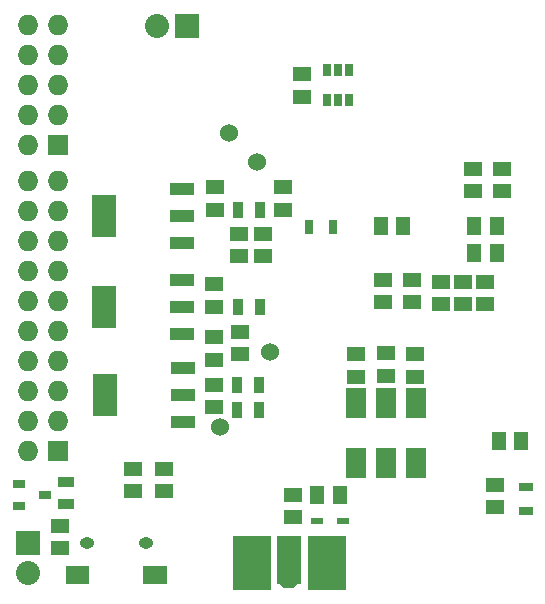
<source format=gbs>
%FSLAX34Y34*%
G04 Gerber Fmt 3.4, Leading zero omitted, Abs format*
G04 (created by PCBNEW (2014-06-12 BZR 4942)-product) date Wed 18 Jun 2014 12:24:07 AM PDT*
%MOIN*%
G01*
G70*
G90*
G04 APERTURE LIST*
%ADD10C,0.003937*%
%ADD11C,0.060000*%
%ADD12R,0.059000X0.051200*%
%ADD13R,0.051200X0.059000*%
%ADD14O,0.049213X0.037402*%
%ADD15R,0.039400X0.023600*%
%ADD16R,0.035000X0.055000*%
%ADD17R,0.055000X0.035000*%
%ADD18R,0.068000X0.068000*%
%ADD19O,0.068000X0.068000*%
%ADD20R,0.130000X0.180000*%
%ADD21R,0.078700X0.160300*%
%ADD22R,0.080000X0.080000*%
%ADD23O,0.080000X0.080000*%
%ADD24R,0.039400X0.031500*%
%ADD25R,0.031500X0.047200*%
%ADD26R,0.047200X0.031500*%
%ADD27R,0.065000X0.100000*%
%ADD28R,0.080000X0.144000*%
%ADD29R,0.080000X0.040000*%
%ADD30R,0.027600X0.039400*%
G04 APERTURE END LIST*
G54D10*
G54D11*
X56318Y-27933D03*
G54D12*
X53425Y-29310D03*
X53425Y-30060D03*
X56929Y-21475D03*
X56929Y-22225D03*
X54448Y-29310D03*
X54448Y-30060D03*
X57755Y-21475D03*
X57755Y-22225D03*
X56102Y-27264D03*
X56102Y-26514D03*
X56141Y-20689D03*
X56141Y-19939D03*
X65708Y-20060D03*
X65708Y-19310D03*
G54D13*
X61672Y-21220D03*
X62422Y-21220D03*
G54D12*
X64736Y-20063D03*
X64736Y-19313D03*
X58425Y-20689D03*
X58425Y-19939D03*
G54D13*
X65532Y-22125D03*
X64782Y-22125D03*
X65532Y-21220D03*
X64782Y-21220D03*
G54D12*
X62716Y-23760D03*
X62716Y-23010D03*
X61732Y-23760D03*
X61732Y-23010D03*
X61850Y-26221D03*
X61850Y-25471D03*
X60826Y-26241D03*
X60826Y-25491D03*
X62814Y-26241D03*
X62814Y-25491D03*
X56102Y-24939D03*
X56102Y-25689D03*
X56968Y-24743D03*
X56968Y-25493D03*
G54D13*
X66349Y-28405D03*
X65599Y-28405D03*
G54D12*
X63661Y-23839D03*
X63661Y-23089D03*
X65472Y-29841D03*
X65472Y-30591D03*
G54D13*
X60296Y-30196D03*
X59546Y-30196D03*
G54D12*
X56102Y-23918D03*
X56102Y-23168D03*
X64409Y-23839D03*
X64409Y-23089D03*
X58740Y-30176D03*
X58740Y-30926D03*
X65157Y-23839D03*
X65157Y-23089D03*
X59055Y-16910D03*
X59055Y-16160D03*
X50984Y-31219D03*
X50984Y-31969D03*
G54D14*
X51870Y-31791D03*
X53838Y-31791D03*
G54D10*
G36*
X51948Y-32549D02*
X51948Y-33159D01*
X51161Y-33159D01*
X51161Y-32549D01*
X51948Y-32549D01*
X51948Y-32549D01*
G37*
G36*
X54547Y-32549D02*
X54547Y-33159D01*
X53759Y-33159D01*
X53759Y-32549D01*
X54547Y-32549D01*
X54547Y-32549D01*
G37*
G54D15*
X60393Y-31062D03*
X59527Y-31062D03*
G54D16*
X56869Y-26535D03*
X57619Y-26535D03*
X56869Y-27362D03*
X57619Y-27362D03*
X56908Y-20688D03*
X57658Y-20688D03*
X56908Y-23937D03*
X57658Y-23937D03*
G54D17*
X51181Y-29743D03*
X51181Y-30493D03*
G54D11*
X56614Y-18110D03*
G54D18*
X50893Y-18535D03*
G54D19*
X49893Y-18535D03*
X50893Y-17535D03*
X49893Y-17535D03*
X50893Y-16535D03*
X49893Y-16535D03*
X50893Y-15535D03*
X49893Y-15535D03*
X50893Y-14535D03*
X49893Y-14535D03*
G54D11*
X57992Y-25433D03*
G54D20*
X57376Y-32444D03*
G54D10*
G36*
X58197Y-33107D02*
X58984Y-33107D01*
X58748Y-33304D01*
X58433Y-33304D01*
X58197Y-33107D01*
X58197Y-33107D01*
G37*
G54D20*
X59868Y-32444D03*
G54D21*
X58622Y-32344D03*
G54D20*
X57376Y-32444D03*
X59868Y-32444D03*
G54D22*
X49901Y-31783D03*
G54D23*
X49901Y-32783D03*
G54D24*
X50472Y-30196D03*
X49606Y-29821D03*
X49606Y-30571D03*
G54D25*
X59291Y-21269D03*
X60079Y-21269D03*
G54D26*
X66496Y-30708D03*
X66496Y-29920D03*
G54D11*
X57559Y-19094D03*
G54D27*
X62834Y-29125D03*
X61834Y-29125D03*
X60834Y-29125D03*
X60834Y-27125D03*
X61834Y-27125D03*
X62834Y-27125D03*
G54D28*
X52479Y-26850D03*
G54D29*
X55079Y-26850D03*
X55079Y-27750D03*
X55079Y-25950D03*
G54D28*
X52440Y-20905D03*
G54D29*
X55040Y-20905D03*
X55040Y-21805D03*
X55040Y-20005D03*
G54D28*
X52440Y-23937D03*
G54D29*
X55040Y-23937D03*
X55040Y-24837D03*
X55040Y-23037D03*
G54D30*
X59861Y-17035D03*
X60236Y-17035D03*
X60611Y-17035D03*
X60611Y-16035D03*
X60236Y-16035D03*
X59861Y-16035D03*
G54D22*
X55224Y-14566D03*
G54D23*
X54224Y-14566D03*
G54D18*
X50893Y-28712D03*
G54D19*
X49893Y-28712D03*
X50893Y-27712D03*
X49893Y-27712D03*
X50893Y-26712D03*
X49893Y-26712D03*
X50893Y-25712D03*
X49893Y-25712D03*
X50893Y-24712D03*
X49893Y-24712D03*
X50893Y-23712D03*
X49893Y-23712D03*
X50893Y-22712D03*
X49893Y-22712D03*
X50893Y-21712D03*
X49893Y-21712D03*
X50893Y-20712D03*
X49893Y-20712D03*
X50893Y-19712D03*
X49893Y-19712D03*
M02*

</source>
